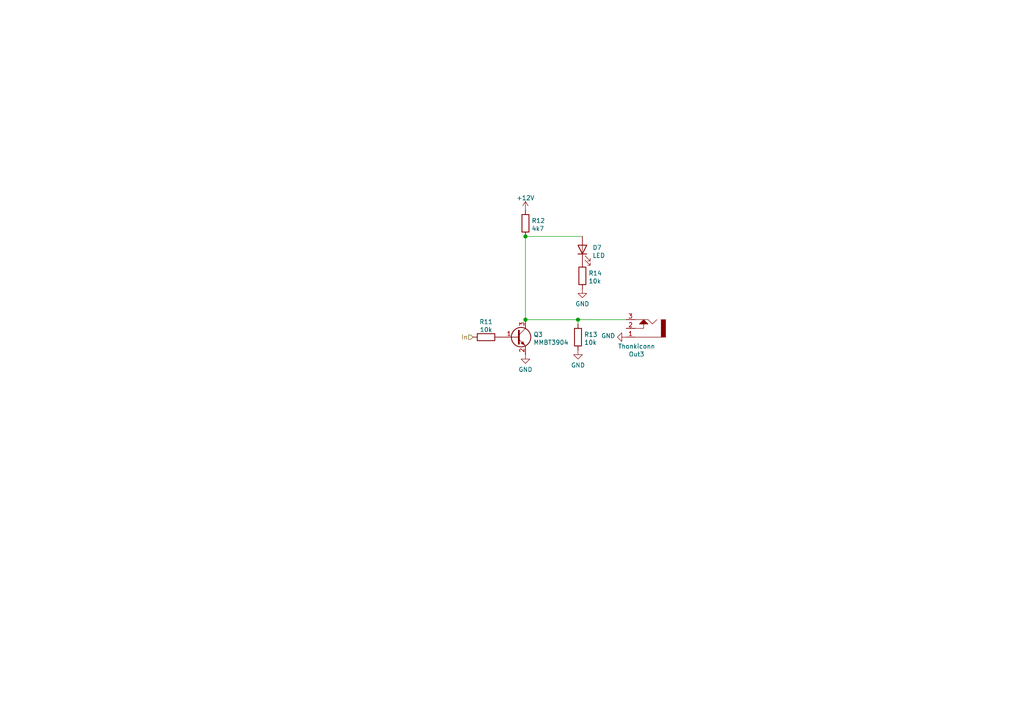
<source format=kicad_sch>
(kicad_sch (version 20210126) (generator eeschema)
  (paper "A4")
  (lib_symbols
    (symbol "Device:LED" (pin_numbers hide) (pin_names (offset 1.016) hide)
      (property "Reference" "D" (at 0 2.54 0))
      (property "Value" "LED" (at 0 -2.54 0))
      (symbol "LED_0_1"
        (polyline (pts (xy -1.27 -1.27) (xy -1.27 1.27)) (stroke (width 0.254)))
        (polyline (pts (xy -1.27 0) (xy 1.27 0)))
        (polyline (pts (xy 1.27 -1.27) (xy 1.27 1.27) (xy -1.27 0) (xy 1.27 -1.27)) (stroke (width 0.254)))
        (polyline (pts (xy -3.048 -0.762) (xy -4.572 -2.286) (xy -3.81 -2.286) (xy -4.572 -2.286) (xy -4.572 -1.524)))
        (polyline (pts (xy -1.778 -0.762) (xy -3.302 -2.286) (xy -2.54 -2.286) (xy -3.302 -2.286) (xy -3.302 -1.524)))
      )
      (symbol "LED_1_1"
        (pin passive line (at -3.81 0 0) (length 2.54) (name "K") (number "1"))
        (pin passive line (at 3.81 0 180) (length 2.54) (name "A") (number "2"))
      )
    )
    (symbol "Device:R" (pin_numbers hide) (pin_names (offset 0))
      (property "Reference" "R" (at 2.032 0 90))
      (property "Value" "R" (at 0 0 90))
      (symbol "R_0_1"
        (rectangle (start -1.016 -2.54) (end 1.016 2.54) (stroke (width 0.254)))
      )
      (symbol "R_1_1"
        (pin passive line (at 0 3.81 270) (length 1.27) (name "~") (number "1"))
        (pin passive line (at 0 -3.81 90) (length 1.27) (name "~") (number "2"))
      )
    )
    (symbol "Transistor_BJT:MMBT3904" (pin_names (offset 0) hide)
      (property "Reference" "Q" (at 5.08 1.905 0))
      (property "Value" "MMBT3904" (at 5.08 0 0))
      (symbol "MMBT3904_0_1"
        (circle (center 1.27 0) (radius 2.8194) (stroke (width 0.254)))
        (polyline (pts (xy 0.635 0.635) (xy 2.54 2.54)))
        (polyline (pts (xy 0.635 -0.635) (xy 2.54 -2.54) (xy 2.54 -2.54)))
        (polyline (pts (xy 0.635 1.905) (xy 0.635 -1.905) (xy 0.635 -1.905)) (stroke (width 0.508)))
        (polyline (pts (xy 1.27 -1.778) (xy 1.778 -1.27) (xy 2.286 -2.286) (xy 1.27 -1.778) (xy 1.27 -1.778)) (fill (type outline)))
      )
      (symbol "MMBT3904_1_1"
        (pin input line (at -5.08 0 0) (length 5.715) (name "B") (number "1"))
        (pin passive line (at 2.54 -5.08 90) (length 2.54) (name "E") (number "2"))
        (pin passive line (at 2.54 5.08 270) (length 2.54) (name "C") (number "3"))
      )
    )
    (symbol "nathans_symbols:Thonkiconn"
      (property "Reference" "U" (at -2.54 7.62 0))
      (property "Value" "Thonkiconn" (at -2.54 5.08 0))
      (symbol "Thonkiconn_0_1"
        (rectangle (start -11.43 2.54) (end -10.16 -2.54) (stroke (width 0.1524)) (fill (type outline)))
        (polyline (pts (xy -2.54 2.54) (xy -10.16 2.54)) (stroke (width 0.1524)))
        (polyline (pts (xy -2.54 0) (xy -5.08 0) (xy -5.08 -2.54)) (stroke (width 0.1524)))
        (polyline (pts (xy -2.54 -2.54) (xy -6.35 -2.54) (xy -7.62 -1.27) (xy -8.89 -2.54)) (stroke (width 0.1524)))
        (polyline (pts (xy -5.08 -2.54) (xy -6.35 -1.27) (xy -3.81 -1.27) (xy -5.08 -2.54)) (stroke (width 0.1524)) (fill (type outline)))
      )
      (symbol "Thonkiconn_1_1"
        (pin passive line (at 0 2.54 180) (length 2.54) (name "") (number "1"))
        (pin passive line (at 0 0 180) (length 2.54) (name "") (number "2"))
        (pin passive line (at 0 -2.54 180) (length 2.54) (name "") (number "3"))
      )
    )
    (symbol "power:+12V" (power) (pin_names (offset 0))
      (property "Value" "+12V" (at 0 3.556 0))
      (symbol "+12V_0_1"
        (polyline (pts (xy -0.762 1.27) (xy 0 2.54)))
        (polyline (pts (xy 0 0) (xy 0 2.54)))
        (polyline (pts (xy 0 2.54) (xy 0.762 1.27)))
      )
      (symbol "+12V_1_1"
        (pin power_in line (at 0 0 90) (length 0) hide (name "+12V") (number "1"))
      )
    )
    (symbol "power:GND" (power) (pin_names (offset 0))
      (property "Value" "GND" (at 0 -3.81 0))
      (symbol "GND_0_1"
        (polyline (pts (xy 0 0) (xy 0 -1.27) (xy 1.27 -1.27) (xy 0 -2.54) (xy -1.27 -1.27) (xy 0 -1.27)))
      )
      (symbol "GND_1_1"
        (pin power_in line (at 0 0 270) (length 0) hide (name "GND") (number "1"))
      )
    )
  )
  (junction (at 152.4 68.58) (diameter 1.016))
  (junction (at 152.4 92.71) (diameter 1.016))
  (junction (at 167.64 92.71) (diameter 1.016))
  (wire (pts (xy 152.4 68.58) (xy 152.4 92.71)))
  (wire (pts (xy 152.4 68.58) (xy 168.91 68.58)))
  (wire (pts (xy 167.64 92.71) (xy 152.4 92.71)))
  (wire (pts (xy 167.64 92.71) (xy 181.61 92.71)))
  (wire (pts (xy 167.64 93.98) (xy 167.64 92.71)))
  (hierarchical_label "In" (shape input) (at 137.16 97.79 180))
  (symbol (lib_id "power:+12V") (at 152.4 60.96 0)
    (property "Reference" "#PWR0122" (effects hide))
    (property "Value" "+12V" (at 152.4 57.4126 0))
  )
  (symbol (lib_id "power:GND") (at 152.4 102.87 0)
    (property "Reference" "#PWR0124" (effects hide))
    (property "Value" "GND" (at 152.4 107.1944 0))
  )
  (symbol (lib_id "power:GND") (at 167.64 101.6 0)
    (property "Reference" "#PWR0127" (effects hide))
    (property "Value" "GND" (at 167.64 105.9244 0))
  )
  (symbol (lib_id "power:GND") (at 168.91 83.82 0)
    (property "Reference" "#PWR0121" (effects hide))
    (property "Value" "GND" (at 168.91 88.1444 0))
  )
  (symbol (lib_id "power:GND") (at 181.61 97.79 270)
    (property "Reference" "#PWR0123" (effects hide))
    (property "Value" "GND" (at 178.4349 97.4015 90) (effects (justify right)))
  )
  (symbol (lib_id "Device:R") (at 140.97 97.79 90)
    (property "Reference" "R11" (at 140.97 93.3408 90))
    (property "Value" "10k" (at 140.97 95.6395 90))
    (property "Footprint" "Resistor_SMD:R_0805_2012MetricValue" (effects hide))
    (property "LCSC" "C17414" (effects hide))
  )
  (symbol (lib_id "Device:R") (at 152.4 64.77 180)
    (property "Reference" "R12" (at 154.1781 64.0091 0) (effects (justify right)))
    (property "Value" "4k7" (at 154.1781 66.3078 0) (effects (justify right)))
    (property "Footprint" "Resistor_SMD:R_0805_2012MetricValue" (effects hide))
    (property "LCSC" "C17673" (effects hide))
  )
  (symbol (lib_id "Device:R") (at 167.64 97.79 180)
    (property "Reference" "R13" (at 169.4181 97.0291 0) (effects (justify right)))
    (property "Value" "10k" (at 169.4181 99.3278 0) (effects (justify right)))
    (property "Footprint" "Resistor_SMD:R_0805_2012MetricValue" (effects hide))
    (property "LCSC" "C17414" (effects hide))
  )
  (symbol (lib_id "Device:R") (at 168.91 80.01 180)
    (property "Reference" "R14" (at 170.6881 79.2491 0) (effects (justify right)))
    (property "Value" "10k" (at 170.6881 81.5478 0) (effects (justify right)))
    (property "Footprint" "Resistor_SMD:R_0805_2012MetricValue" (effects hide))
    (property "LCSC" "C17414" (effects hide))
  )
  (symbol (lib_id "Device:LED") (at 168.91 72.39 90)
    (property "Reference" "D7" (at 171.8311 71.8196 90) (effects (justify right)))
    (property "Value" "LED" (at 171.8311 74.1183 90) (effects (justify right)))
    (property "Footprint" "LED_THT:LED_D3.0mm" (effects hide))
    (property "LCSC" "C84270" (effects hide))
  )
  (symbol (lib_id "nathans_symbols:Thonkiconn") (at 181.61 95.25 180)
    (property "Reference" "Out3" (at 184.6326 102.7472 0))
    (property "Value" "Thonkiconn" (at 184.6326 100.4485 0))
    (property "Footprint" "kicad_libraries:Thonkiconn" (effects hide))
  )
  (symbol (lib_id "Transistor_BJT:MMBT3904") (at 149.86 97.79 0)
    (property "Reference" "Q3" (at 154.7115 97.0291 0) (effects (justify left)))
    (property "Value" "MMBT3904" (at 154.7115 99.3278 0) (effects (justify left)))
    (property "Footprint" "Package_TO_SOT_SMD:SOT-23Val" (effects hide))
    (property "Datasheet" "https://www.onsemi.com/pub/Collateral/2N3903-D.PDF" (effects hide))
    (property "LCSC" "C20526" (effects hide))
  )
)
</source>
